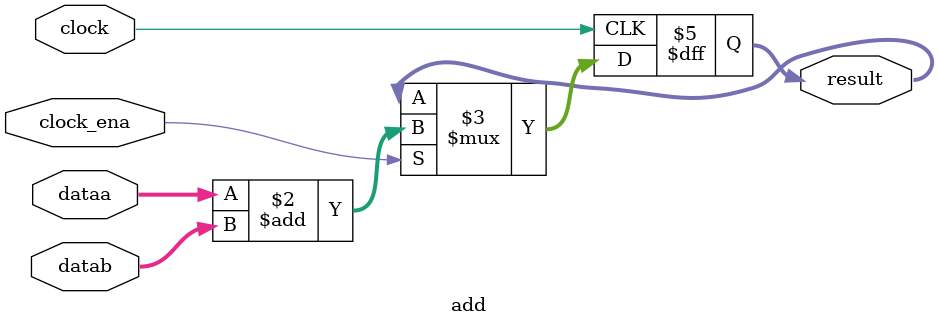
<source format=sv>
`timescale 1ns / 1ps

module add #(parameter
	DATAA_WIDTH = 16, DATAB_WIDTH = 17, RESULT_WIDTH = (DATAA_WIDTH > DATAB_WIDTH) ? DATAA_WIDTH + 1 : DATAB_WIDTH + 1
)(
	input clock, clock_ena,
	input logic [DATAA_WIDTH-1:0] dataa,
	input logic [DATAB_WIDTH-1:0] datab,
	output logic [RESULT_WIDTH-1:0] result
);
	always_ff @(posedge clock)
		if (clock_ena)
			result <= dataa + datab;
endmodule
</source>
